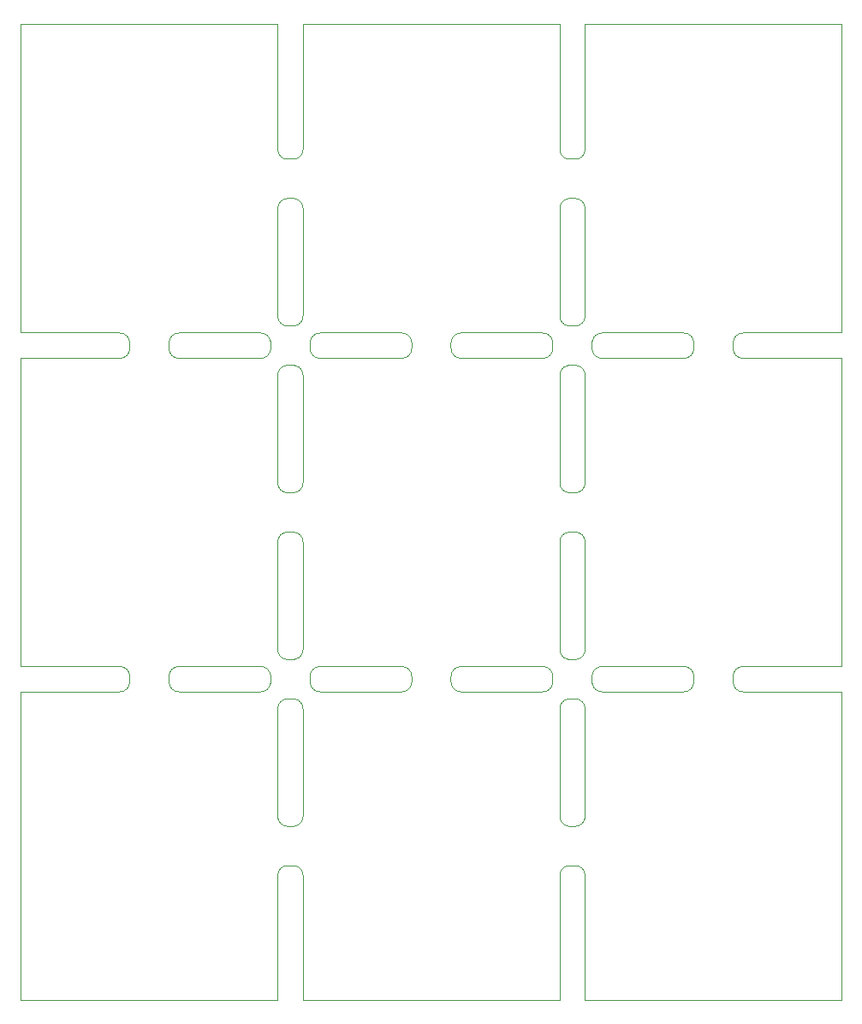
<source format=gbr>
%MOIN*%
%OFA0B0*%
%FSLAX44Y44*%
%IPPOS*%
%LPD*%
%ADD10C,0*%
D10*
X00022636Y00025968D02*
X00022636Y00025968D01*
X00025808Y00025968D01*
X00025839Y00025967D01*
X00025870Y00025963D01*
X00025900Y00025957D01*
X00025930Y00025949D01*
X00025959Y00025938D01*
X00025987Y00025925D01*
X00026014Y00025910D01*
X00026040Y00025893D01*
X00026064Y00025874D01*
X00026087Y00025853D01*
X00026108Y00025830D01*
X00026127Y00025806D01*
X00026144Y00025780D01*
X00026159Y00025753D01*
X00026172Y00025725D01*
X00026183Y00025696D01*
X00026191Y00025666D01*
X00026197Y00025636D01*
X00026201Y00025605D01*
X00026202Y00025574D01*
X00026202Y00025377D01*
X00026201Y00025347D01*
X00026197Y00025316D01*
X00026191Y00025286D01*
X00026183Y00025256D01*
X00026172Y00025227D01*
X00026159Y00025199D01*
X00026144Y00025172D01*
X00026127Y00025146D01*
X00026108Y00025122D01*
X00026087Y00025099D01*
X00026064Y00025078D01*
X00026040Y00025059D01*
X00026014Y00025042D01*
X00025987Y00025027D01*
X00025959Y00025014D01*
X00025930Y00025003D01*
X00025900Y00024995D01*
X00025870Y00024989D01*
X00025839Y00024985D01*
X00025808Y00024984D01*
X00022636Y00024984D01*
X00022605Y00024985D01*
X00022574Y00024989D01*
X00022544Y00024995D01*
X00022514Y00025003D01*
X00022485Y00025014D01*
X00022457Y00025027D01*
X00022430Y00025042D01*
X00022404Y00025059D01*
X00022380Y00025078D01*
X00022357Y00025099D01*
X00022336Y00025122D01*
X00022317Y00025146D01*
X00022300Y00025172D01*
X00022285Y00025199D01*
X00022272Y00025227D01*
X00022261Y00025256D01*
X00022253Y00025286D01*
X00022247Y00025316D01*
X00022243Y00025347D01*
X00022242Y00025377D01*
X00022242Y00025574D01*
X00022243Y00025605D01*
X00022247Y00025636D01*
X00022253Y00025666D01*
X00022261Y00025696D01*
X00022272Y00025725D01*
X00022285Y00025753D01*
X00022300Y00025780D01*
X00022317Y00025806D01*
X00022336Y00025830D01*
X00022357Y00025853D01*
X00022380Y00025874D01*
X00022404Y00025893D01*
X00022430Y00025910D01*
X00022457Y00025925D01*
X00022485Y00025938D01*
X00022514Y00025949D01*
X00022544Y00025957D01*
X00022574Y00025963D01*
X00022605Y00025967D01*
X00022636Y00025968D01*
X00011651Y00025968D02*
X00011651Y00025968D01*
X00014824Y00025968D01*
X00014855Y00025967D01*
X00014886Y00025963D01*
X00014916Y00025957D01*
X00014946Y00025949D01*
X00014975Y00025938D01*
X00015003Y00025925D01*
X00015030Y00025910D01*
X00015055Y00025893D01*
X00015080Y00025874D01*
X00015102Y00025853D01*
X00015123Y00025830D01*
X00015143Y00025806D01*
X00015160Y00025780D01*
X00015175Y00025753D01*
X00015188Y00025725D01*
X00015198Y00025696D01*
X00015207Y00025666D01*
X00015213Y00025636D01*
X00015216Y00025605D01*
X00015218Y00025574D01*
X00015218Y00025377D01*
X00015216Y00025347D01*
X00015213Y00025316D01*
X00015207Y00025286D01*
X00015198Y00025256D01*
X00015188Y00025227D01*
X00015175Y00025199D01*
X00015160Y00025172D01*
X00015143Y00025146D01*
X00015123Y00025122D01*
X00015102Y00025099D01*
X00015080Y00025078D01*
X00015055Y00025059D01*
X00015030Y00025042D01*
X00015003Y00025027D01*
X00014975Y00025014D01*
X00014946Y00025003D01*
X00014916Y00024995D01*
X00014886Y00024989D01*
X00014855Y00024985D01*
X00014824Y00024984D01*
X00011651Y00024984D01*
X00011620Y00024985D01*
X00011590Y00024989D01*
X00011559Y00024995D01*
X00011530Y00025003D01*
X00011501Y00025014D01*
X00011473Y00025027D01*
X00011446Y00025042D01*
X00011420Y00025059D01*
X00011396Y00025078D01*
X00011373Y00025099D01*
X00011352Y00025122D01*
X00011333Y00025146D01*
X00011316Y00025172D01*
X00011301Y00025199D01*
X00011288Y00025227D01*
X00011277Y00025256D01*
X00011269Y00025286D01*
X00011263Y00025316D01*
X00011259Y00025347D01*
X00011258Y00025377D01*
X00011258Y00025574D01*
X00011259Y00025605D01*
X00011263Y00025636D01*
X00011269Y00025666D01*
X00011277Y00025696D01*
X00011288Y00025725D01*
X00011301Y00025753D01*
X00011316Y00025780D01*
X00011333Y00025806D01*
X00011352Y00025830D01*
X00011373Y00025853D01*
X00011396Y00025874D01*
X00011420Y00025893D01*
X00011446Y00025910D01*
X00011473Y00025925D01*
X00011501Y00025938D01*
X00011530Y00025949D01*
X00011559Y00025957D01*
X00011590Y00025963D01*
X00011620Y00025967D01*
X00011651Y00025968D01*
X00003840Y00011999D02*
X00003840Y00011999D01*
X00000000Y00011999D01*
X00000000Y00000000D01*
X00009999Y00000000D01*
X00009999Y00004840D01*
X00010001Y00004871D01*
X00010004Y00004901D01*
X00010010Y00004932D01*
X00010019Y00004961D01*
X00010029Y00004990D01*
X00010042Y00005018D01*
X00010058Y00005045D01*
X00010075Y00005071D01*
X00010094Y00005095D01*
X00010115Y00005118D01*
X00010138Y00005139D01*
X00010162Y00005158D01*
X00010187Y00005175D01*
X00010214Y00005191D01*
X00010243Y00005203D01*
X00010272Y00005214D01*
X00010301Y00005223D01*
X00010332Y00005229D01*
X00010362Y00005232D01*
X00010393Y00005233D01*
X00010590Y00005233D01*
X00010621Y00005232D01*
X00010652Y00005229D01*
X00010682Y00005223D01*
X00010712Y00005214D01*
X00010741Y00005203D01*
X00010769Y00005191D01*
X00010796Y00005175D01*
X00010821Y00005158D01*
X00010846Y00005139D01*
X00010868Y00005118D01*
X00010889Y00005095D01*
X00010909Y00005071D01*
X00010926Y00005045D01*
X00010941Y00005018D01*
X00010954Y00004990D01*
X00010964Y00004961D01*
X00010973Y00004932D01*
X00010979Y00004901D01*
X00010983Y00004871D01*
X00010984Y00004840D01*
X00010984Y00000000D01*
X00020984Y00000000D01*
X00020984Y00004840D01*
X00020985Y00004871D01*
X00020989Y00004901D01*
X00020995Y00004932D01*
X00021003Y00004961D01*
X00021014Y00004990D01*
X00021027Y00005018D01*
X00021042Y00005045D01*
X00021059Y00005071D01*
X00021078Y00005095D01*
X00021099Y00005118D01*
X00021122Y00005139D01*
X00021146Y00005158D01*
X00021172Y00005175D01*
X00021199Y00005191D01*
X00021227Y00005203D01*
X00021256Y00005214D01*
X00021286Y00005223D01*
X00021316Y00005229D01*
X00021347Y00005232D01*
X00021377Y00005233D01*
X00021574Y00005233D01*
X00021605Y00005232D01*
X00021636Y00005229D01*
X00021666Y00005223D01*
X00021696Y00005214D01*
X00021725Y00005203D01*
X00021753Y00005191D01*
X00021780Y00005175D01*
X00021806Y00005158D01*
X00021830Y00005139D01*
X00021853Y00005118D01*
X00021874Y00005095D01*
X00021893Y00005071D01*
X00021910Y00005045D01*
X00021925Y00005018D01*
X00021938Y00004990D01*
X00021949Y00004961D01*
X00021957Y00004932D01*
X00021963Y00004901D01*
X00021967Y00004871D01*
X00021968Y00004840D01*
X00021968Y00000000D01*
X00031968Y00000000D01*
X00031968Y00011999D01*
X00028128Y00011999D01*
X00028097Y00012001D01*
X00028066Y00012004D01*
X00028036Y00012010D01*
X00028006Y00012019D01*
X00027977Y00012029D01*
X00027949Y00012042D01*
X00027922Y00012058D01*
X00027896Y00012075D01*
X00027872Y00012094D01*
X00027849Y00012115D01*
X00027828Y00012138D01*
X00027809Y00012162D01*
X00027792Y00012187D01*
X00027777Y00012214D01*
X00027764Y00012243D01*
X00027753Y00012272D01*
X00027745Y00012301D01*
X00027739Y00012332D01*
X00027735Y00012362D01*
X00027734Y00012393D01*
X00027734Y00012590D01*
X00027735Y00012621D01*
X00027739Y00012652D01*
X00027745Y00012682D01*
X00027753Y00012712D01*
X00027764Y00012741D01*
X00027777Y00012769D01*
X00027792Y00012796D01*
X00027809Y00012821D01*
X00027828Y00012846D01*
X00027849Y00012868D01*
X00027872Y00012889D01*
X00027896Y00012909D01*
X00027922Y00012926D01*
X00027949Y00012941D01*
X00027977Y00012954D01*
X00028006Y00012964D01*
X00028036Y00012973D01*
X00028066Y00012979D01*
X00028097Y00012983D01*
X00028128Y00012984D01*
X00031968Y00012984D01*
X00031968Y00024984D01*
X00028128Y00024984D01*
X00028097Y00024985D01*
X00028066Y00024989D01*
X00028036Y00024995D01*
X00028006Y00025003D01*
X00027977Y00025014D01*
X00027949Y00025027D01*
X00027922Y00025042D01*
X00027896Y00025059D01*
X00027872Y00025078D01*
X00027849Y00025099D01*
X00027828Y00025122D01*
X00027809Y00025146D01*
X00027792Y00025172D01*
X00027777Y00025199D01*
X00027764Y00025227D01*
X00027753Y00025256D01*
X00027745Y00025286D01*
X00027739Y00025316D01*
X00027735Y00025347D01*
X00027734Y00025377D01*
X00027734Y00025574D01*
X00027735Y00025605D01*
X00027739Y00025636D01*
X00027745Y00025666D01*
X00027753Y00025696D01*
X00027764Y00025725D01*
X00027777Y00025753D01*
X00027792Y00025780D01*
X00027809Y00025806D01*
X00027828Y00025830D01*
X00027849Y00025853D01*
X00027872Y00025874D01*
X00027896Y00025893D01*
X00027922Y00025910D01*
X00027949Y00025925D01*
X00027977Y00025938D01*
X00028006Y00025949D01*
X00028036Y00025957D01*
X00028066Y00025963D01*
X00028097Y00025967D01*
X00028128Y00025968D01*
X00031968Y00025968D01*
X00031968Y00037968D01*
X00021968Y00037968D01*
X00021968Y00033128D01*
X00021967Y00033097D01*
X00021963Y00033066D01*
X00021957Y00033036D01*
X00021949Y00033006D01*
X00021938Y00032977D01*
X00021925Y00032949D01*
X00021910Y00032922D01*
X00021893Y00032896D01*
X00021874Y00032872D01*
X00021853Y00032849D01*
X00021830Y00032828D01*
X00021806Y00032809D01*
X00021780Y00032792D01*
X00021753Y00032777D01*
X00021725Y00032764D01*
X00021696Y00032753D01*
X00021666Y00032745D01*
X00021636Y00032739D01*
X00021605Y00032735D01*
X00021574Y00032734D01*
X00021377Y00032734D01*
X00021347Y00032735D01*
X00021316Y00032739D01*
X00021286Y00032745D01*
X00021256Y00032753D01*
X00021227Y00032764D01*
X00021199Y00032777D01*
X00021172Y00032792D01*
X00021146Y00032809D01*
X00021122Y00032828D01*
X00021099Y00032849D01*
X00021078Y00032872D01*
X00021059Y00032896D01*
X00021042Y00032922D01*
X00021027Y00032949D01*
X00021014Y00032977D01*
X00021003Y00033006D01*
X00020995Y00033036D01*
X00020989Y00033066D01*
X00020985Y00033097D01*
X00020984Y00033128D01*
X00020984Y00037968D01*
X00010984Y00037968D01*
X00010984Y00033128D01*
X00010983Y00033097D01*
X00010979Y00033066D01*
X00010973Y00033036D01*
X00010964Y00033006D01*
X00010954Y00032977D01*
X00010941Y00032949D01*
X00010926Y00032922D01*
X00010909Y00032896D01*
X00010889Y00032872D01*
X00010868Y00032849D01*
X00010846Y00032828D01*
X00010821Y00032809D01*
X00010796Y00032792D01*
X00010769Y00032777D01*
X00010741Y00032764D01*
X00010712Y00032753D01*
X00010682Y00032745D01*
X00010652Y00032739D01*
X00010621Y00032735D01*
X00010590Y00032734D01*
X00010393Y00032734D01*
X00010362Y00032735D01*
X00010332Y00032739D01*
X00010301Y00032745D01*
X00010272Y00032753D01*
X00010243Y00032764D01*
X00010214Y00032777D01*
X00010187Y00032792D01*
X00010162Y00032809D01*
X00010138Y00032828D01*
X00010115Y00032849D01*
X00010094Y00032872D01*
X00010075Y00032896D01*
X00010058Y00032922D01*
X00010042Y00032949D01*
X00010029Y00032977D01*
X00010019Y00033006D01*
X00010010Y00033036D01*
X00010004Y00033066D01*
X00010001Y00033097D01*
X00009999Y00033128D01*
X00009999Y00037968D01*
X00000000Y00037968D01*
X00000000Y00025968D01*
X00003840Y00025968D01*
X00003871Y00025967D01*
X00003901Y00025963D01*
X00003932Y00025957D01*
X00003961Y00025949D01*
X00003990Y00025938D01*
X00004018Y00025925D01*
X00004045Y00025910D01*
X00004071Y00025893D01*
X00004095Y00025874D01*
X00004118Y00025853D01*
X00004139Y00025830D01*
X00004158Y00025806D01*
X00004175Y00025780D01*
X00004191Y00025753D01*
X00004203Y00025725D01*
X00004214Y00025696D01*
X00004223Y00025666D01*
X00004229Y00025636D01*
X00004232Y00025605D01*
X00004233Y00025574D01*
X00004233Y00025377D01*
X00004232Y00025347D01*
X00004229Y00025316D01*
X00004223Y00025286D01*
X00004214Y00025256D01*
X00004203Y00025227D01*
X00004191Y00025199D01*
X00004175Y00025172D01*
X00004158Y00025146D01*
X00004139Y00025122D01*
X00004118Y00025099D01*
X00004095Y00025078D01*
X00004071Y00025059D01*
X00004045Y00025042D01*
X00004018Y00025027D01*
X00003990Y00025014D01*
X00003961Y00025003D01*
X00003932Y00024995D01*
X00003901Y00024989D01*
X00003871Y00024985D01*
X00003840Y00024984D01*
X00000000Y00024984D01*
X00000000Y00012984D01*
X00003840Y00012984D01*
X00003871Y00012983D01*
X00003901Y00012979D01*
X00003932Y00012973D01*
X00003961Y00012964D01*
X00003990Y00012954D01*
X00004018Y00012941D01*
X00004045Y00012926D01*
X00004071Y00012909D01*
X00004095Y00012889D01*
X00004118Y00012868D01*
X00004139Y00012846D01*
X00004158Y00012821D01*
X00004175Y00012796D01*
X00004191Y00012769D01*
X00004203Y00012741D01*
X00004214Y00012712D01*
X00004223Y00012682D01*
X00004229Y00012652D01*
X00004232Y00012621D01*
X00004233Y00012590D01*
X00004233Y00012393D01*
X00004232Y00012362D01*
X00004229Y00012332D01*
X00004223Y00012301D01*
X00004214Y00012272D01*
X00004203Y00012243D01*
X00004191Y00012214D01*
X00004175Y00012187D01*
X00004158Y00012162D01*
X00004139Y00012138D01*
X00004118Y00012115D01*
X00004095Y00012094D01*
X00004071Y00012075D01*
X00004045Y00012058D01*
X00004018Y00012042D01*
X00003990Y00012029D01*
X00003961Y00012019D01*
X00003932Y00012010D01*
X00003901Y00012004D01*
X00003871Y00012001D01*
X00003840Y00011999D01*
X00020984Y00024316D02*
X00020984Y00024316D01*
X00020985Y00024347D01*
X00020989Y00024378D01*
X00020995Y00024408D01*
X00021003Y00024438D01*
X00021014Y00024467D01*
X00021027Y00024495D01*
X00021042Y00024522D01*
X00021059Y00024548D01*
X00021078Y00024572D01*
X00021099Y00024595D01*
X00021122Y00024616D01*
X00021146Y00024635D01*
X00021172Y00024652D01*
X00021199Y00024667D01*
X00021227Y00024680D01*
X00021256Y00024691D01*
X00021286Y00024699D01*
X00021316Y00024705D01*
X00021347Y00024709D01*
X00021377Y00024710D01*
X00021574Y00024710D01*
X00021605Y00024709D01*
X00021636Y00024705D01*
X00021666Y00024699D01*
X00021696Y00024691D01*
X00021725Y00024680D01*
X00021753Y00024667D01*
X00021780Y00024652D01*
X00021806Y00024635D01*
X00021830Y00024616D01*
X00021853Y00024595D01*
X00021874Y00024572D01*
X00021893Y00024548D01*
X00021910Y00024522D01*
X00021925Y00024495D01*
X00021938Y00024467D01*
X00021949Y00024438D01*
X00021957Y00024408D01*
X00021963Y00024378D01*
X00021967Y00024347D01*
X00021968Y00024316D01*
X00021968Y00020143D01*
X00021967Y00020113D01*
X00021963Y00020082D01*
X00021957Y00020052D01*
X00021949Y00020022D01*
X00021938Y00019993D01*
X00021925Y00019965D01*
X00021910Y00019938D01*
X00021893Y00019912D01*
X00021874Y00019888D01*
X00021853Y00019865D01*
X00021830Y00019844D01*
X00021806Y00019825D01*
X00021780Y00019808D01*
X00021753Y00019793D01*
X00021725Y00019780D01*
X00021696Y00019769D01*
X00021666Y00019761D01*
X00021636Y00019755D01*
X00021605Y00019751D01*
X00021574Y00019750D01*
X00021377Y00019750D01*
X00021347Y00019751D01*
X00021316Y00019755D01*
X00021286Y00019761D01*
X00021256Y00019769D01*
X00021227Y00019780D01*
X00021199Y00019793D01*
X00021172Y00019808D01*
X00021146Y00019825D01*
X00021122Y00019844D01*
X00021099Y00019865D01*
X00021078Y00019888D01*
X00021059Y00019912D01*
X00021042Y00019938D01*
X00021027Y00019965D01*
X00021014Y00019993D01*
X00021003Y00020022D01*
X00020995Y00020052D01*
X00020989Y00020082D01*
X00020985Y00020113D01*
X00020984Y00020143D01*
X00020984Y00024316D01*
X00020316Y00025968D02*
X00020316Y00025968D01*
X00020347Y00025967D01*
X00020378Y00025963D01*
X00020408Y00025957D01*
X00020438Y00025949D01*
X00020467Y00025938D01*
X00020495Y00025925D01*
X00020522Y00025910D01*
X00020548Y00025893D01*
X00020572Y00025874D01*
X00020595Y00025853D01*
X00020616Y00025830D01*
X00020635Y00025806D01*
X00020652Y00025780D01*
X00020667Y00025753D01*
X00020680Y00025725D01*
X00020691Y00025696D01*
X00020699Y00025666D01*
X00020705Y00025636D01*
X00020709Y00025605D01*
X00020710Y00025574D01*
X00020710Y00025377D01*
X00020709Y00025347D01*
X00020705Y00025316D01*
X00020699Y00025286D01*
X00020691Y00025256D01*
X00020680Y00025227D01*
X00020667Y00025199D01*
X00020652Y00025172D01*
X00020635Y00025146D01*
X00020616Y00025122D01*
X00020595Y00025099D01*
X00020572Y00025078D01*
X00020548Y00025059D01*
X00020522Y00025042D01*
X00020495Y00025027D01*
X00020467Y00025014D01*
X00020438Y00025003D01*
X00020408Y00024995D01*
X00020378Y00024989D01*
X00020347Y00024985D01*
X00020316Y00024984D01*
X00017143Y00024984D01*
X00017113Y00024985D01*
X00017082Y00024989D01*
X00017052Y00024995D01*
X00017022Y00025003D01*
X00016993Y00025014D01*
X00016965Y00025027D01*
X00016938Y00025042D01*
X00016912Y00025059D01*
X00016888Y00025078D01*
X00016865Y00025099D01*
X00016844Y00025122D01*
X00016825Y00025146D01*
X00016808Y00025172D01*
X00016793Y00025199D01*
X00016780Y00025227D01*
X00016769Y00025256D01*
X00016761Y00025286D01*
X00016755Y00025316D01*
X00016751Y00025347D01*
X00016750Y00025377D01*
X00016750Y00025574D01*
X00016751Y00025605D01*
X00016755Y00025636D01*
X00016761Y00025666D01*
X00016769Y00025696D01*
X00016780Y00025725D01*
X00016793Y00025753D01*
X00016808Y00025780D01*
X00016825Y00025806D01*
X00016844Y00025830D01*
X00016865Y00025853D01*
X00016888Y00025874D01*
X00016912Y00025893D01*
X00016938Y00025910D01*
X00016965Y00025925D01*
X00016993Y00025938D01*
X00017022Y00025949D01*
X00017052Y00025957D01*
X00017082Y00025963D01*
X00017113Y00025967D01*
X00017143Y00025968D01*
X00020316Y00025968D01*
X00021968Y00026636D02*
X00021968Y00026636D01*
X00021967Y00026605D01*
X00021963Y00026574D01*
X00021957Y00026544D01*
X00021949Y00026514D01*
X00021938Y00026485D01*
X00021925Y00026457D01*
X00021910Y00026430D01*
X00021893Y00026404D01*
X00021874Y00026380D01*
X00021853Y00026357D01*
X00021830Y00026336D01*
X00021806Y00026317D01*
X00021780Y00026300D01*
X00021753Y00026285D01*
X00021725Y00026272D01*
X00021696Y00026261D01*
X00021666Y00026253D01*
X00021636Y00026247D01*
X00021605Y00026243D01*
X00021574Y00026242D01*
X00021377Y00026242D01*
X00021347Y00026243D01*
X00021316Y00026247D01*
X00021286Y00026253D01*
X00021256Y00026261D01*
X00021227Y00026272D01*
X00021199Y00026285D01*
X00021172Y00026300D01*
X00021146Y00026317D01*
X00021122Y00026336D01*
X00021099Y00026357D01*
X00021078Y00026380D01*
X00021059Y00026404D01*
X00021042Y00026430D01*
X00021027Y00026457D01*
X00021014Y00026485D01*
X00021003Y00026514D01*
X00020995Y00026544D01*
X00020989Y00026574D01*
X00020985Y00026605D01*
X00020984Y00026636D01*
X00020984Y00030808D01*
X00020985Y00030839D01*
X00020989Y00030870D01*
X00020995Y00030900D01*
X00021003Y00030930D01*
X00021014Y00030959D01*
X00021027Y00030987D01*
X00021042Y00031014D01*
X00021059Y00031040D01*
X00021078Y00031064D01*
X00021099Y00031087D01*
X00021122Y00031108D01*
X00021146Y00031127D01*
X00021172Y00031144D01*
X00021199Y00031159D01*
X00021227Y00031172D01*
X00021256Y00031183D01*
X00021286Y00031191D01*
X00021316Y00031197D01*
X00021347Y00031201D01*
X00021377Y00031202D01*
X00021574Y00031202D01*
X00021605Y00031201D01*
X00021636Y00031197D01*
X00021666Y00031191D01*
X00021696Y00031183D01*
X00021725Y00031172D01*
X00021753Y00031159D01*
X00021780Y00031144D01*
X00021806Y00031127D01*
X00021830Y00031108D01*
X00021853Y00031087D01*
X00021874Y00031064D01*
X00021893Y00031040D01*
X00021910Y00031014D01*
X00021925Y00030987D01*
X00021938Y00030959D01*
X00021949Y00030930D01*
X00021957Y00030900D01*
X00021963Y00030870D01*
X00021967Y00030839D01*
X00021968Y00030808D01*
X00021968Y00026636D01*
X00022636Y00011999D02*
X00022636Y00011999D01*
X00022605Y00012001D01*
X00022574Y00012004D01*
X00022544Y00012010D01*
X00022514Y00012019D01*
X00022485Y00012029D01*
X00022457Y00012042D01*
X00022430Y00012058D01*
X00022404Y00012075D01*
X00022380Y00012094D01*
X00022357Y00012115D01*
X00022336Y00012138D01*
X00022317Y00012162D01*
X00022300Y00012187D01*
X00022285Y00012214D01*
X00022272Y00012243D01*
X00022261Y00012272D01*
X00022253Y00012301D01*
X00022247Y00012332D01*
X00022243Y00012362D01*
X00022242Y00012393D01*
X00022242Y00012590D01*
X00022243Y00012621D01*
X00022247Y00012652D01*
X00022253Y00012682D01*
X00022261Y00012712D01*
X00022272Y00012741D01*
X00022285Y00012769D01*
X00022300Y00012796D01*
X00022317Y00012821D01*
X00022336Y00012846D01*
X00022357Y00012868D01*
X00022380Y00012889D01*
X00022404Y00012909D01*
X00022430Y00012926D01*
X00022457Y00012941D01*
X00022485Y00012954D01*
X00022514Y00012964D01*
X00022544Y00012973D01*
X00022574Y00012979D01*
X00022605Y00012983D01*
X00022636Y00012984D01*
X00025808Y00012984D01*
X00025839Y00012983D01*
X00025870Y00012979D01*
X00025900Y00012973D01*
X00025930Y00012964D01*
X00025959Y00012954D01*
X00025987Y00012941D01*
X00026014Y00012926D01*
X00026040Y00012909D01*
X00026064Y00012889D01*
X00026087Y00012868D01*
X00026108Y00012846D01*
X00026127Y00012821D01*
X00026144Y00012796D01*
X00026159Y00012769D01*
X00026172Y00012741D01*
X00026183Y00012712D01*
X00026191Y00012682D01*
X00026197Y00012652D01*
X00026201Y00012621D01*
X00026202Y00012590D01*
X00026202Y00012393D01*
X00026201Y00012362D01*
X00026197Y00012332D01*
X00026191Y00012301D01*
X00026183Y00012272D01*
X00026172Y00012243D01*
X00026159Y00012214D01*
X00026144Y00012187D01*
X00026127Y00012162D01*
X00026108Y00012138D01*
X00026087Y00012115D01*
X00026064Y00012094D01*
X00026040Y00012075D01*
X00026014Y00012058D01*
X00025987Y00012042D01*
X00025959Y00012029D01*
X00025930Y00012019D01*
X00025900Y00012010D01*
X00025870Y00012004D01*
X00025839Y00012001D01*
X00025808Y00011999D01*
X00022636Y00011999D01*
X00020984Y00011332D02*
X00020984Y00011332D01*
X00020985Y00011363D01*
X00020989Y00011393D01*
X00020995Y00011424D01*
X00021003Y00011454D01*
X00021014Y00011483D01*
X00021027Y00011511D01*
X00021042Y00011538D01*
X00021059Y00011563D01*
X00021078Y00011588D01*
X00021099Y00011610D01*
X00021122Y00011631D01*
X00021146Y00011650D01*
X00021172Y00011668D01*
X00021199Y00011683D01*
X00021227Y00011696D01*
X00021256Y00011706D01*
X00021286Y00011715D01*
X00021316Y00011721D01*
X00021347Y00011724D01*
X00021377Y00011726D01*
X00021574Y00011726D01*
X00021605Y00011724D01*
X00021636Y00011721D01*
X00021666Y00011715D01*
X00021696Y00011706D01*
X00021725Y00011696D01*
X00021753Y00011683D01*
X00021780Y00011668D01*
X00021806Y00011650D01*
X00021830Y00011631D01*
X00021853Y00011610D01*
X00021874Y00011588D01*
X00021893Y00011563D01*
X00021910Y00011538D01*
X00021925Y00011511D01*
X00021938Y00011483D01*
X00021949Y00011454D01*
X00021957Y00011424D01*
X00021963Y00011393D01*
X00021967Y00011363D01*
X00021968Y00011332D01*
X00021968Y00007159D01*
X00021967Y00007128D01*
X00021963Y00007098D01*
X00021957Y00007067D01*
X00021949Y00007038D01*
X00021938Y00007009D01*
X00021925Y00006981D01*
X00021910Y00006954D01*
X00021893Y00006928D01*
X00021874Y00006904D01*
X00021853Y00006881D01*
X00021830Y00006860D01*
X00021806Y00006841D01*
X00021780Y00006824D01*
X00021753Y00006808D01*
X00021725Y00006796D01*
X00021696Y00006785D01*
X00021666Y00006776D01*
X00021636Y00006770D01*
X00021605Y00006767D01*
X00021574Y00006766D01*
X00021377Y00006766D01*
X00021347Y00006767D01*
X00021316Y00006770D01*
X00021286Y00006776D01*
X00021256Y00006785D01*
X00021227Y00006796D01*
X00021199Y00006808D01*
X00021172Y00006824D01*
X00021146Y00006841D01*
X00021122Y00006860D01*
X00021099Y00006881D01*
X00021078Y00006904D01*
X00021059Y00006928D01*
X00021042Y00006954D01*
X00021027Y00006981D01*
X00021014Y00007009D01*
X00021003Y00007038D01*
X00020995Y00007067D01*
X00020989Y00007098D01*
X00020985Y00007128D01*
X00020984Y00007159D01*
X00020984Y00011332D01*
X00020316Y00012984D02*
X00020316Y00012984D01*
X00020347Y00012983D01*
X00020378Y00012979D01*
X00020408Y00012973D01*
X00020438Y00012964D01*
X00020467Y00012954D01*
X00020495Y00012941D01*
X00020522Y00012926D01*
X00020548Y00012909D01*
X00020572Y00012889D01*
X00020595Y00012868D01*
X00020616Y00012846D01*
X00020635Y00012821D01*
X00020652Y00012796D01*
X00020667Y00012769D01*
X00020680Y00012741D01*
X00020691Y00012712D01*
X00020699Y00012682D01*
X00020705Y00012652D01*
X00020709Y00012621D01*
X00020710Y00012590D01*
X00020710Y00012393D01*
X00020709Y00012362D01*
X00020705Y00012332D01*
X00020699Y00012301D01*
X00020691Y00012272D01*
X00020680Y00012243D01*
X00020667Y00012214D01*
X00020652Y00012187D01*
X00020635Y00012162D01*
X00020616Y00012138D01*
X00020595Y00012115D01*
X00020572Y00012094D01*
X00020548Y00012075D01*
X00020522Y00012058D01*
X00020495Y00012042D01*
X00020467Y00012029D01*
X00020438Y00012019D01*
X00020408Y00012010D01*
X00020378Y00012004D01*
X00020347Y00012001D01*
X00020316Y00011999D01*
X00017143Y00011999D01*
X00017113Y00012001D01*
X00017082Y00012004D01*
X00017052Y00012010D01*
X00017022Y00012019D01*
X00016993Y00012029D01*
X00016965Y00012042D01*
X00016938Y00012058D01*
X00016912Y00012075D01*
X00016888Y00012094D01*
X00016865Y00012115D01*
X00016844Y00012138D01*
X00016825Y00012162D01*
X00016808Y00012187D01*
X00016793Y00012214D01*
X00016780Y00012243D01*
X00016769Y00012272D01*
X00016761Y00012301D01*
X00016755Y00012332D01*
X00016751Y00012362D01*
X00016750Y00012393D01*
X00016750Y00012590D01*
X00016751Y00012621D01*
X00016755Y00012652D01*
X00016761Y00012682D01*
X00016769Y00012712D01*
X00016780Y00012741D01*
X00016793Y00012769D01*
X00016808Y00012796D01*
X00016825Y00012821D01*
X00016844Y00012846D01*
X00016865Y00012868D01*
X00016888Y00012889D01*
X00016912Y00012909D01*
X00016938Y00012926D01*
X00016965Y00012941D01*
X00016993Y00012954D01*
X00017022Y00012964D01*
X00017052Y00012973D01*
X00017082Y00012979D01*
X00017113Y00012983D01*
X00017143Y00012984D01*
X00020316Y00012984D01*
X00021968Y00013651D02*
X00021968Y00013651D01*
X00021967Y00013620D01*
X00021963Y00013590D01*
X00021957Y00013559D01*
X00021949Y00013530D01*
X00021938Y00013501D01*
X00021925Y00013473D01*
X00021910Y00013446D01*
X00021893Y00013420D01*
X00021874Y00013396D01*
X00021853Y00013373D01*
X00021830Y00013352D01*
X00021806Y00013333D01*
X00021780Y00013316D01*
X00021753Y00013301D01*
X00021725Y00013288D01*
X00021696Y00013277D01*
X00021666Y00013269D01*
X00021636Y00013263D01*
X00021605Y00013259D01*
X00021574Y00013258D01*
X00021377Y00013258D01*
X00021347Y00013259D01*
X00021316Y00013263D01*
X00021286Y00013269D01*
X00021256Y00013277D01*
X00021227Y00013288D01*
X00021199Y00013301D01*
X00021172Y00013316D01*
X00021146Y00013333D01*
X00021122Y00013352D01*
X00021099Y00013373D01*
X00021078Y00013396D01*
X00021059Y00013420D01*
X00021042Y00013446D01*
X00021027Y00013473D01*
X00021014Y00013501D01*
X00021003Y00013530D01*
X00020995Y00013559D01*
X00020989Y00013590D01*
X00020985Y00013620D01*
X00020984Y00013651D01*
X00020984Y00017824D01*
X00020985Y00017855D01*
X00020989Y00017886D01*
X00020995Y00017916D01*
X00021003Y00017946D01*
X00021014Y00017975D01*
X00021027Y00018003D01*
X00021042Y00018030D01*
X00021059Y00018055D01*
X00021078Y00018080D01*
X00021099Y00018102D01*
X00021122Y00018123D01*
X00021146Y00018143D01*
X00021172Y00018160D01*
X00021199Y00018175D01*
X00021227Y00018188D01*
X00021256Y00018198D01*
X00021286Y00018207D01*
X00021316Y00018213D01*
X00021347Y00018216D01*
X00021377Y00018218D01*
X00021574Y00018218D01*
X00021605Y00018216D01*
X00021636Y00018213D01*
X00021666Y00018207D01*
X00021696Y00018198D01*
X00021725Y00018188D01*
X00021753Y00018175D01*
X00021780Y00018160D01*
X00021806Y00018143D01*
X00021830Y00018123D01*
X00021853Y00018102D01*
X00021874Y00018080D01*
X00021893Y00018055D01*
X00021910Y00018030D01*
X00021925Y00018003D01*
X00021938Y00017975D01*
X00021949Y00017946D01*
X00021957Y00017916D01*
X00021963Y00017886D01*
X00021967Y00017855D01*
X00021968Y00017824D01*
X00021968Y00013651D01*
X00009999Y00024316D02*
X00009999Y00024316D01*
X00010001Y00024347D01*
X00010004Y00024378D01*
X00010010Y00024408D01*
X00010019Y00024438D01*
X00010029Y00024467D01*
X00010042Y00024495D01*
X00010058Y00024522D01*
X00010075Y00024548D01*
X00010094Y00024572D01*
X00010115Y00024595D01*
X00010138Y00024616D01*
X00010162Y00024635D01*
X00010187Y00024652D01*
X00010214Y00024667D01*
X00010243Y00024680D01*
X00010272Y00024691D01*
X00010301Y00024699D01*
X00010332Y00024705D01*
X00010362Y00024709D01*
X00010393Y00024710D01*
X00010590Y00024710D01*
X00010621Y00024709D01*
X00010652Y00024705D01*
X00010682Y00024699D01*
X00010712Y00024691D01*
X00010741Y00024680D01*
X00010769Y00024667D01*
X00010796Y00024652D01*
X00010821Y00024635D01*
X00010846Y00024616D01*
X00010868Y00024595D01*
X00010889Y00024572D01*
X00010909Y00024548D01*
X00010926Y00024522D01*
X00010941Y00024495D01*
X00010954Y00024467D01*
X00010964Y00024438D01*
X00010973Y00024408D01*
X00010979Y00024378D01*
X00010983Y00024347D01*
X00010984Y00024316D01*
X00010984Y00020143D01*
X00010983Y00020113D01*
X00010979Y00020082D01*
X00010973Y00020052D01*
X00010964Y00020022D01*
X00010954Y00019993D01*
X00010941Y00019965D01*
X00010926Y00019938D01*
X00010909Y00019912D01*
X00010889Y00019888D01*
X00010868Y00019865D01*
X00010846Y00019844D01*
X00010821Y00019825D01*
X00010796Y00019808D01*
X00010769Y00019793D01*
X00010741Y00019780D01*
X00010712Y00019769D01*
X00010682Y00019761D01*
X00010652Y00019755D01*
X00010621Y00019751D01*
X00010590Y00019750D01*
X00010393Y00019750D01*
X00010362Y00019751D01*
X00010332Y00019755D01*
X00010301Y00019761D01*
X00010272Y00019769D01*
X00010243Y00019780D01*
X00010214Y00019793D01*
X00010187Y00019808D01*
X00010162Y00019825D01*
X00010138Y00019844D01*
X00010115Y00019865D01*
X00010094Y00019888D01*
X00010075Y00019912D01*
X00010058Y00019938D01*
X00010042Y00019965D01*
X00010029Y00019993D01*
X00010019Y00020022D01*
X00010010Y00020052D01*
X00010004Y00020082D01*
X00010001Y00020113D01*
X00009999Y00020143D01*
X00009999Y00024316D01*
X00009332Y00025968D02*
X00009332Y00025968D01*
X00009363Y00025967D01*
X00009393Y00025963D01*
X00009424Y00025957D01*
X00009454Y00025949D01*
X00009483Y00025938D01*
X00009511Y00025925D01*
X00009538Y00025910D01*
X00009563Y00025893D01*
X00009588Y00025874D01*
X00009610Y00025853D01*
X00009631Y00025830D01*
X00009650Y00025806D01*
X00009668Y00025780D01*
X00009683Y00025753D01*
X00009696Y00025725D01*
X00009706Y00025696D01*
X00009715Y00025666D01*
X00009721Y00025636D01*
X00009724Y00025605D01*
X00009726Y00025574D01*
X00009726Y00025377D01*
X00009724Y00025347D01*
X00009721Y00025316D01*
X00009715Y00025286D01*
X00009706Y00025256D01*
X00009696Y00025227D01*
X00009683Y00025199D01*
X00009668Y00025172D01*
X00009650Y00025146D01*
X00009631Y00025122D01*
X00009610Y00025099D01*
X00009588Y00025078D01*
X00009563Y00025059D01*
X00009538Y00025042D01*
X00009511Y00025027D01*
X00009483Y00025014D01*
X00009454Y00025003D01*
X00009424Y00024995D01*
X00009393Y00024989D01*
X00009363Y00024985D01*
X00009332Y00024984D01*
X00006159Y00024984D01*
X00006128Y00024985D01*
X00006098Y00024989D01*
X00006067Y00024995D01*
X00006038Y00025003D01*
X00006009Y00025014D01*
X00005981Y00025027D01*
X00005954Y00025042D01*
X00005928Y00025059D01*
X00005904Y00025078D01*
X00005881Y00025099D01*
X00005860Y00025122D01*
X00005841Y00025146D01*
X00005824Y00025172D01*
X00005808Y00025199D01*
X00005796Y00025227D01*
X00005785Y00025256D01*
X00005776Y00025286D01*
X00005770Y00025316D01*
X00005767Y00025347D01*
X00005766Y00025377D01*
X00005766Y00025574D01*
X00005767Y00025605D01*
X00005770Y00025636D01*
X00005776Y00025666D01*
X00005785Y00025696D01*
X00005796Y00025725D01*
X00005808Y00025753D01*
X00005824Y00025780D01*
X00005841Y00025806D01*
X00005860Y00025830D01*
X00005881Y00025853D01*
X00005904Y00025874D01*
X00005928Y00025893D01*
X00005954Y00025910D01*
X00005981Y00025925D01*
X00006009Y00025938D01*
X00006038Y00025949D01*
X00006067Y00025957D01*
X00006098Y00025963D01*
X00006128Y00025967D01*
X00006159Y00025968D01*
X00009332Y00025968D01*
X00010984Y00026636D02*
X00010984Y00026636D01*
X00010983Y00026605D01*
X00010979Y00026574D01*
X00010973Y00026544D01*
X00010964Y00026514D01*
X00010954Y00026485D01*
X00010941Y00026457D01*
X00010926Y00026430D01*
X00010909Y00026404D01*
X00010889Y00026380D01*
X00010868Y00026357D01*
X00010846Y00026336D01*
X00010821Y00026317D01*
X00010796Y00026300D01*
X00010769Y00026285D01*
X00010741Y00026272D01*
X00010712Y00026261D01*
X00010682Y00026253D01*
X00010652Y00026247D01*
X00010621Y00026243D01*
X00010590Y00026242D01*
X00010393Y00026242D01*
X00010362Y00026243D01*
X00010332Y00026247D01*
X00010301Y00026253D01*
X00010272Y00026261D01*
X00010243Y00026272D01*
X00010214Y00026285D01*
X00010187Y00026300D01*
X00010162Y00026317D01*
X00010138Y00026336D01*
X00010115Y00026357D01*
X00010094Y00026380D01*
X00010075Y00026404D01*
X00010058Y00026430D01*
X00010042Y00026457D01*
X00010029Y00026485D01*
X00010019Y00026514D01*
X00010010Y00026544D01*
X00010004Y00026574D01*
X00010001Y00026605D01*
X00009999Y00026636D01*
X00009999Y00030808D01*
X00010001Y00030839D01*
X00010004Y00030870D01*
X00010010Y00030900D01*
X00010019Y00030930D01*
X00010029Y00030959D01*
X00010042Y00030987D01*
X00010058Y00031014D01*
X00010075Y00031040D01*
X00010094Y00031064D01*
X00010115Y00031087D01*
X00010138Y00031108D01*
X00010162Y00031127D01*
X00010187Y00031144D01*
X00010214Y00031159D01*
X00010243Y00031172D01*
X00010272Y00031183D01*
X00010301Y00031191D01*
X00010332Y00031197D01*
X00010362Y00031201D01*
X00010393Y00031202D01*
X00010590Y00031202D01*
X00010621Y00031201D01*
X00010652Y00031197D01*
X00010682Y00031191D01*
X00010712Y00031183D01*
X00010741Y00031172D01*
X00010769Y00031159D01*
X00010796Y00031144D01*
X00010821Y00031127D01*
X00010846Y00031108D01*
X00010868Y00031087D01*
X00010889Y00031064D01*
X00010909Y00031040D01*
X00010926Y00031014D01*
X00010941Y00030987D01*
X00010954Y00030959D01*
X00010964Y00030930D01*
X00010973Y00030900D01*
X00010979Y00030870D01*
X00010983Y00030839D01*
X00010984Y00030808D01*
X00010984Y00026636D01*
X00011651Y00011999D02*
X00011651Y00011999D01*
X00011620Y00012001D01*
X00011590Y00012004D01*
X00011559Y00012010D01*
X00011530Y00012019D01*
X00011501Y00012029D01*
X00011473Y00012042D01*
X00011446Y00012058D01*
X00011420Y00012075D01*
X00011396Y00012094D01*
X00011373Y00012115D01*
X00011352Y00012138D01*
X00011333Y00012162D01*
X00011316Y00012187D01*
X00011301Y00012214D01*
X00011288Y00012243D01*
X00011277Y00012272D01*
X00011269Y00012301D01*
X00011263Y00012332D01*
X00011259Y00012362D01*
X00011258Y00012393D01*
X00011258Y00012590D01*
X00011259Y00012621D01*
X00011263Y00012652D01*
X00011269Y00012682D01*
X00011277Y00012712D01*
X00011288Y00012741D01*
X00011301Y00012769D01*
X00011316Y00012796D01*
X00011333Y00012821D01*
X00011352Y00012846D01*
X00011373Y00012868D01*
X00011396Y00012889D01*
X00011420Y00012909D01*
X00011446Y00012926D01*
X00011473Y00012941D01*
X00011501Y00012954D01*
X00011530Y00012964D01*
X00011559Y00012973D01*
X00011590Y00012979D01*
X00011620Y00012983D01*
X00011651Y00012984D01*
X00014824Y00012984D01*
X00014855Y00012983D01*
X00014886Y00012979D01*
X00014916Y00012973D01*
X00014946Y00012964D01*
X00014975Y00012954D01*
X00015003Y00012941D01*
X00015030Y00012926D01*
X00015055Y00012909D01*
X00015080Y00012889D01*
X00015102Y00012868D01*
X00015123Y00012846D01*
X00015143Y00012821D01*
X00015160Y00012796D01*
X00015175Y00012769D01*
X00015188Y00012741D01*
X00015198Y00012712D01*
X00015207Y00012682D01*
X00015213Y00012652D01*
X00015216Y00012621D01*
X00015218Y00012590D01*
X00015218Y00012393D01*
X00015216Y00012362D01*
X00015213Y00012332D01*
X00015207Y00012301D01*
X00015198Y00012272D01*
X00015188Y00012243D01*
X00015175Y00012214D01*
X00015160Y00012187D01*
X00015143Y00012162D01*
X00015123Y00012138D01*
X00015102Y00012115D01*
X00015080Y00012094D01*
X00015055Y00012075D01*
X00015030Y00012058D01*
X00015003Y00012042D01*
X00014975Y00012029D01*
X00014946Y00012019D01*
X00014916Y00012010D01*
X00014886Y00012004D01*
X00014855Y00012001D01*
X00014824Y00011999D01*
X00011651Y00011999D01*
X00009999Y00011332D02*
X00009999Y00011332D01*
X00010001Y00011363D01*
X00010004Y00011393D01*
X00010010Y00011424D01*
X00010019Y00011454D01*
X00010029Y00011483D01*
X00010042Y00011511D01*
X00010058Y00011538D01*
X00010075Y00011563D01*
X00010094Y00011588D01*
X00010115Y00011610D01*
X00010138Y00011631D01*
X00010162Y00011650D01*
X00010187Y00011668D01*
X00010214Y00011683D01*
X00010243Y00011696D01*
X00010272Y00011706D01*
X00010301Y00011715D01*
X00010332Y00011721D01*
X00010362Y00011724D01*
X00010393Y00011726D01*
X00010590Y00011726D01*
X00010621Y00011724D01*
X00010652Y00011721D01*
X00010682Y00011715D01*
X00010712Y00011706D01*
X00010741Y00011696D01*
X00010769Y00011683D01*
X00010796Y00011668D01*
X00010821Y00011650D01*
X00010846Y00011631D01*
X00010868Y00011610D01*
X00010889Y00011588D01*
X00010909Y00011563D01*
X00010926Y00011538D01*
X00010941Y00011511D01*
X00010954Y00011483D01*
X00010964Y00011454D01*
X00010973Y00011424D01*
X00010979Y00011393D01*
X00010983Y00011363D01*
X00010984Y00011332D01*
X00010984Y00007159D01*
X00010983Y00007128D01*
X00010979Y00007098D01*
X00010973Y00007067D01*
X00010964Y00007038D01*
X00010954Y00007009D01*
X00010941Y00006981D01*
X00010926Y00006954D01*
X00010909Y00006928D01*
X00010889Y00006904D01*
X00010868Y00006881D01*
X00010846Y00006860D01*
X00010821Y00006841D01*
X00010796Y00006824D01*
X00010769Y00006808D01*
X00010741Y00006796D01*
X00010712Y00006785D01*
X00010682Y00006776D01*
X00010652Y00006770D01*
X00010621Y00006767D01*
X00010590Y00006766D01*
X00010393Y00006766D01*
X00010362Y00006767D01*
X00010332Y00006770D01*
X00010301Y00006776D01*
X00010272Y00006785D01*
X00010243Y00006796D01*
X00010214Y00006808D01*
X00010187Y00006824D01*
X00010162Y00006841D01*
X00010138Y00006860D01*
X00010115Y00006881D01*
X00010094Y00006904D01*
X00010075Y00006928D01*
X00010058Y00006954D01*
X00010042Y00006981D01*
X00010029Y00007009D01*
X00010019Y00007038D01*
X00010010Y00007067D01*
X00010004Y00007098D01*
X00010001Y00007128D01*
X00009999Y00007159D01*
X00009999Y00011332D01*
X00009332Y00012984D02*
X00009332Y00012984D01*
X00009363Y00012983D01*
X00009393Y00012979D01*
X00009424Y00012973D01*
X00009454Y00012964D01*
X00009483Y00012954D01*
X00009511Y00012941D01*
X00009538Y00012926D01*
X00009563Y00012909D01*
X00009588Y00012889D01*
X00009610Y00012868D01*
X00009631Y00012846D01*
X00009650Y00012821D01*
X00009668Y00012796D01*
X00009683Y00012769D01*
X00009696Y00012741D01*
X00009706Y00012712D01*
X00009715Y00012682D01*
X00009721Y00012652D01*
X00009724Y00012621D01*
X00009726Y00012590D01*
X00009726Y00012393D01*
X00009724Y00012362D01*
X00009721Y00012332D01*
X00009715Y00012301D01*
X00009706Y00012272D01*
X00009696Y00012243D01*
X00009683Y00012214D01*
X00009668Y00012187D01*
X00009650Y00012162D01*
X00009631Y00012138D01*
X00009610Y00012115D01*
X00009588Y00012094D01*
X00009563Y00012075D01*
X00009538Y00012058D01*
X00009511Y00012042D01*
X00009483Y00012029D01*
X00009454Y00012019D01*
X00009424Y00012010D01*
X00009393Y00012004D01*
X00009363Y00012001D01*
X00009332Y00011999D01*
X00006159Y00011999D01*
X00006128Y00012001D01*
X00006098Y00012004D01*
X00006067Y00012010D01*
X00006038Y00012019D01*
X00006009Y00012029D01*
X00005981Y00012042D01*
X00005954Y00012058D01*
X00005928Y00012075D01*
X00005904Y00012094D01*
X00005881Y00012115D01*
X00005860Y00012138D01*
X00005841Y00012162D01*
X00005824Y00012187D01*
X00005808Y00012214D01*
X00005796Y00012243D01*
X00005785Y00012272D01*
X00005776Y00012301D01*
X00005770Y00012332D01*
X00005767Y00012362D01*
X00005766Y00012393D01*
X00005766Y00012590D01*
X00005767Y00012621D01*
X00005770Y00012652D01*
X00005776Y00012682D01*
X00005785Y00012712D01*
X00005796Y00012741D01*
X00005808Y00012769D01*
X00005824Y00012796D01*
X00005841Y00012821D01*
X00005860Y00012846D01*
X00005881Y00012868D01*
X00005904Y00012889D01*
X00005928Y00012909D01*
X00005954Y00012926D01*
X00005981Y00012941D01*
X00006009Y00012954D01*
X00006038Y00012964D01*
X00006067Y00012973D01*
X00006098Y00012979D01*
X00006128Y00012983D01*
X00006159Y00012984D01*
X00009332Y00012984D01*
X00010984Y00013651D02*
X00010984Y00013651D01*
X00010983Y00013620D01*
X00010979Y00013590D01*
X00010973Y00013559D01*
X00010964Y00013530D01*
X00010954Y00013501D01*
X00010941Y00013473D01*
X00010926Y00013446D01*
X00010909Y00013420D01*
X00010889Y00013396D01*
X00010868Y00013373D01*
X00010846Y00013352D01*
X00010821Y00013333D01*
X00010796Y00013316D01*
X00010769Y00013301D01*
X00010741Y00013288D01*
X00010712Y00013277D01*
X00010682Y00013269D01*
X00010652Y00013263D01*
X00010621Y00013259D01*
X00010590Y00013258D01*
X00010393Y00013258D01*
X00010362Y00013259D01*
X00010332Y00013263D01*
X00010301Y00013269D01*
X00010272Y00013277D01*
X00010243Y00013288D01*
X00010214Y00013301D01*
X00010187Y00013316D01*
X00010162Y00013333D01*
X00010138Y00013352D01*
X00010115Y00013373D01*
X00010094Y00013396D01*
X00010075Y00013420D01*
X00010058Y00013446D01*
X00010042Y00013473D01*
X00010029Y00013501D01*
X00010019Y00013530D01*
X00010010Y00013559D01*
X00010004Y00013590D01*
X00010001Y00013620D01*
X00009999Y00013651D01*
X00009999Y00017824D01*
X00010001Y00017855D01*
X00010004Y00017886D01*
X00010010Y00017916D01*
X00010019Y00017946D01*
X00010029Y00017975D01*
X00010042Y00018003D01*
X00010058Y00018030D01*
X00010075Y00018055D01*
X00010094Y00018080D01*
X00010115Y00018102D01*
X00010138Y00018123D01*
X00010162Y00018143D01*
X00010187Y00018160D01*
X00010214Y00018175D01*
X00010243Y00018188D01*
X00010272Y00018198D01*
X00010301Y00018207D01*
X00010332Y00018213D01*
X00010362Y00018216D01*
X00010393Y00018218D01*
X00010590Y00018218D01*
X00010621Y00018216D01*
X00010652Y00018213D01*
X00010682Y00018207D01*
X00010712Y00018198D01*
X00010741Y00018188D01*
X00010769Y00018175D01*
X00010796Y00018160D01*
X00010821Y00018143D01*
X00010846Y00018123D01*
X00010868Y00018102D01*
X00010889Y00018080D01*
X00010909Y00018055D01*
X00010926Y00018030D01*
X00010941Y00018003D01*
X00010954Y00017975D01*
X00010964Y00017946D01*
X00010973Y00017916D01*
X00010979Y00017886D01*
X00010983Y00017855D01*
X00010984Y00017824D01*
X00010984Y00013651D01*
M02*
</source>
